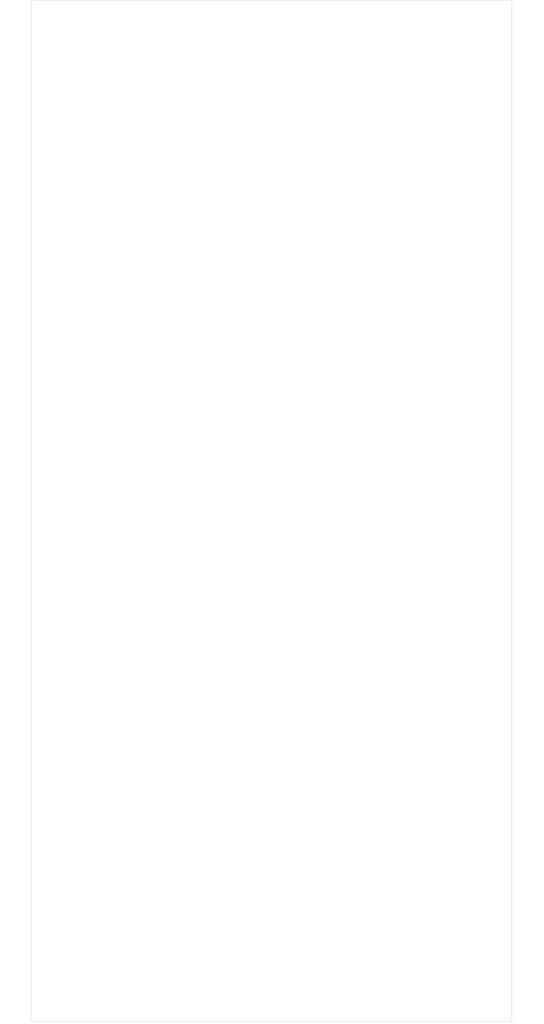
<source format=kicad_pcb>
(kicad_pcb (version 20240108) (generator "pcbnew") (generator_version "8.0")
  (layers (0 "F.Cu" signal) (31 "B.Cu" signal) (34 "B.Paste" user) (35 "F.Paste" user) (36 "B.SilkS" user "B.Silkscreen") (37 "F.SilkS" user "F.Silkscreen") (38 "B.Mask" user) (39 "F.Mask" user) (44 "Edge.Cuts" user))
  (net 0 "")
  (footprint "Eurorack:NPTH Mechanical 6mm" (layer "F.Cu") (at 81.1 113.6)
    (property "Reference" "REF**" (at 0 -0.5 0) (layer "F.SilkS") (effects (font (thickness 0.1))))
    (property "Value" "NPTH Mechanical 6mm")
    (pad "" np_thru_hole circle (at 0 0) (size 6 6) (drill 6) (layers "F&B.Cu" "*.Mask"))
  )
  (footprint "Eurorack:NPTH Mechanical 6.5mm" (layer "F.Cu") (at 77.6 94.2)
    (property "Reference" "REF**" (at 0 -0.5 0) (layer "F.SilkS") (effects (font (thickness 0.1))))
    (property "Value" "NPTH Mechanical 6.5mm")
    (pad "" np_thru_hole circle (at 0 0) (size 6.5 6.5) (drill 6.5) (layers "F&B.Cu" "*.Mask"))
  )
  (footprint "Eurorack:NPTH Mechanical 9mm" (layer "F.Cu") (at 43 113.6)
    (property "Reference" "REF**" (at 0 -0.5 0) (layer "F.SilkS") (effects (font (thickness 0.1))))
    (property "Value" "NPTH Mechanical 9mm")
    (pad "" np_thru_hole circle (at 0 0) (size 9 9) (drill 9) (layers "F&B.Cu" "*.Mask"))
  )
  (footprint "Eurorack:NPTH Mechanical 9mm" (layer "F.Cu") (at 43 74.8)
    (property "Reference" "REF**" (at 0 -0.5 0) (layer "F.SilkS") (effects (font (thickness 0.1))))
    (property "Value" "NPTH Mechanical 9mm")
    (pad "" np_thru_hole circle (at 0 0) (size 9 9) (drill 9) (layers "F&B.Cu" "*.Mask"))
  )
  (footprint "Eurorack:NPTH Mechanical 6.5mm" (layer "F.Cu") (at 41 94.2)
    (property "Reference" "REF**" (at 0 -0.5 0) (layer "F.SilkS") (effects (font (thickness 0.1))))
    (property "Value" "NPTH Mechanical 6.5mm")
    (pad "" np_thru_hole circle (at 0 0) (size 6.5 6.5) (drill 6.5) (layers "F&B.Cu" "*.Mask"))
  )
  (footprint "Eurorack:NPTH Mechanical 7mm" (layer "F.Cu") (at 75.6 36)
    (property "Reference" "REF**" (at 0 -0.5 0) (layer "F.SilkS") (effects (font (thickness 0.1))))
    (property "Value" "NPTH Mechanical 7mm")
    (pad "" np_thru_hole circle (at 0 0) (size 7 7) (drill 7) (layers "F&B.Cu" "*.Mask"))
  )
  (footprint "Eurorack:NPTH Mechanical 3.2mm oval" (layer "F.Cu") (at 82.22 23.75)
    (property "Reference" "REF**" (at 0 -0.5 0) (layer "F.SilkS") (effects (font (thickness 0.1))))
    (property "Value" "NPTH Mechanical 3.2mm oval")
    (pad "" np_thru_hole oval (at 0 0) (size 5 3.2) (drill oval 5 3.2) (layers "F&B.Cu" "*.Mask"))
  )
  (footprint "Eurorack:NPTH Mechanical 9mm" (layer "F.Cu") (at 75.6 74.8)
    (property "Reference" "REF**" (at 0 -0.5 0) (layer "F.SilkS") (effects (font (thickness 0.1))))
    (property "Value" "NPTH Mechanical 9mm")
    (pad "" np_thru_hole circle (at 0 0) (size 9 9) (drill 9) (layers "F&B.Cu" "*.Mask"))
  )
  (footprint "Eurorack:NPTH Mechanical 6mm" (layer "F.Cu") (at 81.1 133)
    (property "Reference" "REF**" (at 0 -0.5 0) (layer "F.SilkS") (effects (font (thickness 0.1))))
    (property "Value" "NPTH Mechanical 6mm")
    (pad "" np_thru_hole circle (at 0 0) (size 6 6) (drill 6) (layers "F&B.Cu" "*.Mask"))
  )
  (footprint "Eurorack:NPTH Mechanical 7mm" (layer "F.Cu") (at 59.3 94.2)
    (property "Reference" "REF**" (at 0 -0.5 0) (layer "F.SilkS") (effects (font (thickness 0.1))))
    (property "Value" "NPTH Mechanical 7mm")
    (pad "" np_thru_hole circle (at 0 0) (size 7 7) (drill 7) (layers "F&B.Cu" "*.Mask"))
  )
  (footprint "Eurorack:NPTH Mechanical 6mm" (layer "F.Cu") (at 37.5 133)
    (property "Reference" "REF**" (at 0 -0.5 0) (layer "F.SilkS") (effects (font (thickness 0.1))))
    (property "Value" "NPTH Mechanical 6mm")
    (pad "" np_thru_hole circle (at 0 0) (size 6 6) (drill 6) (layers "F&B.Cu" "*.Mask"))
  )
  (footprint "Eurorack:NPTH Mechanical 6mm" (layer "F.Cu") (at 70.1 133)
    (property "Reference" "REF**" (at 0 -0.5 0) (layer "F.SilkS") (effects (font (thickness 0.1))))
    (property "Value" "NPTH Mechanical 6mm")
    (pad "" np_thru_hole circle (at 0 0) (size 6 6) (drill 6) (layers "F&B.Cu" "*.Mask"))
  )
  (footprint "Eurorack:NPTH Mechanical 6mm" (layer "F.Cu") (at 70.1 113.6)
    (property "Reference" "REF**" (at 0 -0.5 0) (layer "F.SilkS") (effects (font (thickness 0.1))))
    (property "Value" "NPTH Mechanical 6mm")
    (pad "" np_thru_hole circle (at 0 0) (size 6 6) (drill 6) (layers "F&B.Cu" "*.Mask"))
  )
  (footprint "Eurorack:NPTH Mechanical 3.2mm oval" (layer "F.Cu") (at 36.5 146.25)
    (property "Reference" "REF**" (at 0 -0.5 0) (layer "F.SilkS") (effects (font (thickness 0.1))))
    (property "Value" "NPTH Mechanical 3.2mm oval")
    (pad "" np_thru_hole oval (at 0 0) (size 5 3.2) (drill oval 5 3.2) (layers "F&B.Cu" "*.Mask"))
  )
  (footprint "Eurorack:NPTH Mechanical 7mm" (layer "F.Cu") (at 43 36)
    (property "Reference" "REF**" (at 0 -0.5 0) (layer "F.SilkS") (effects (font (thickness 0.1))))
    (property "Value" "NPTH Mechanical 7mm")
    (pad "" np_thru_hole circle (at 0 0) (size 7 7) (drill 7) (layers "F&B.Cu" "*.Mask"))
  )
  (footprint "Eurorack:NPTH Mechanical 6mm" (layer "F.Cu") (at 48.5 133)
    (property "Reference" "REF**" (at 0 -0.5 0) (layer "F.SilkS") (effects (font (thickness 0.1))))
    (property "Value" "NPTH Mechanical 6mm")
    (pad "" np_thru_hole circle (at 0 0) (size 6 6) (drill 6) (layers "F&B.Cu" "*.Mask"))
  )
  (footprint "Eurorack:NPTH Mechanical 3.2mm oval" (layer "F.Cu") (at 82.22 146.25)
    (property "Reference" "REF**" (at 0 -0.5 0) (layer "F.SilkS") (effects (font (thickness 0.1))))
    (property "Value" "NPTH Mechanical 3.2mm oval")
    (pad "" np_thru_hole oval (at 0 0) (size 5 3.2) (drill oval 5 3.2) (layers "F&B.Cu" "*.Mask"))
  )
  (footprint "Eurorack:NPTH Mechanical 3.2mm oval" (layer "F.Cu") (at 36.5 23.75)
    (property "Reference" "REF**" (at 0 -0.5 0) (layer "F.SilkS") (effects (font (thickness 0.1))))
    (property "Value" "NPTH Mechanical 3.2mm oval")
    (pad "" np_thru_hole oval (at 0 0) (size 5 3.2) (drill oval 5 3.2) (layers "F&B.Cu" "*.Mask"))
  )
  (footprint "Eurorack:NPTH Mechanical 7mm" (layer "F.Cu") (at 59.3 55.4)
    (property "Reference" "REF**" (at 0 -0.5 0) (layer "F.SilkS") (effects (font (thickness 0.1))))
    (property "Value" "NPTH Mechanical 7mm")
    (pad "" np_thru_hole circle (at 0 0) (size 7 7) (drill 7) (layers "F&B.Cu" "*.Mask"))
  )
  (gr_rect (start 29 20.75) (end 89.6 149.25) (stroke (width 0.05)) (fill none) (layer "Edge.Cuts"))
)
</source>
